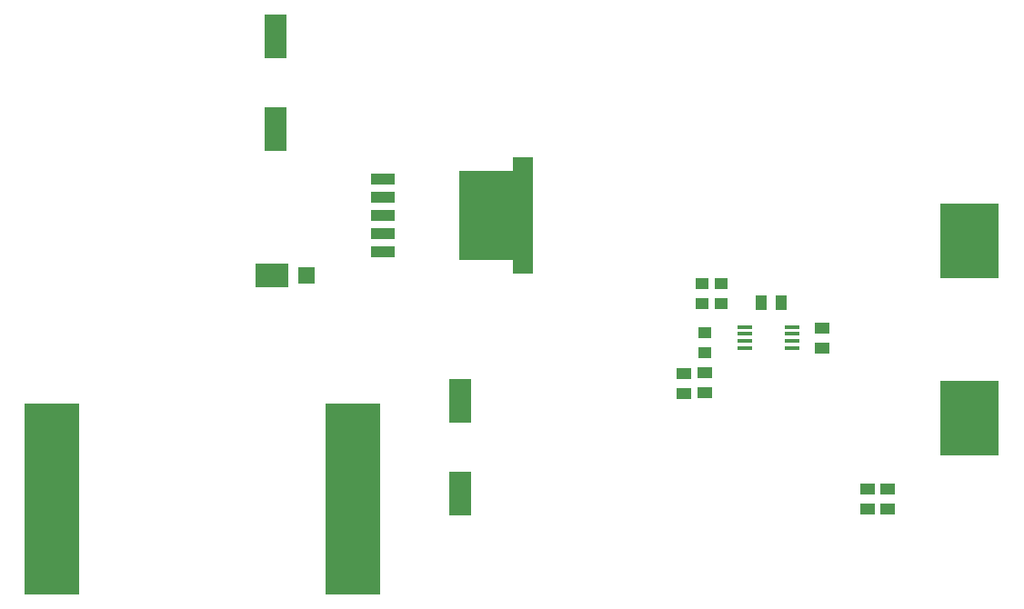
<source format=gbr>
%TF.GenerationSoftware,Altium Limited,Altium Designer,19.1.8 (144)*%
G04 Layer_Color=8421504*
%FSLAX26Y26*%
%MOIN*%
%TF.FileFunction,Paste,Top*%
%TF.Part,Single*%
G01*
G75*
%TA.AperFunction,SMDPad,CuDef*%
%ADD10R,0.059055X0.059843*%
%ADD11R,0.122047X0.086614*%
%ADD12R,0.057087X0.017716*%
%ADD13R,0.200000X0.327953*%
%ADD14R,0.075197X0.425197*%
%ADD15R,0.085039X0.042126*%
%ADD16R,0.051181X0.041339*%
%ADD17R,0.200787X0.700787*%
%ADD18R,0.216535X0.275591*%
%ADD19R,0.055118X0.041339*%
%ADD20R,0.078740X0.161417*%
%ADD21R,0.041339X0.055118*%
D10*
X1366142Y1397638D02*
D03*
D11*
X1240158D02*
D03*
D12*
X2973543Y1132323D02*
D03*
Y1157913D02*
D03*
Y1183504D02*
D03*
Y1209094D02*
D03*
X3146772D02*
D03*
Y1183504D02*
D03*
Y1157913D02*
D03*
Y1132323D02*
D03*
D13*
X2028543Y1618110D02*
D03*
D14*
X2162401D02*
D03*
D15*
X1646653Y1484252D02*
D03*
Y1551181D02*
D03*
Y1618110D02*
D03*
Y1685039D02*
D03*
Y1751968D02*
D03*
D16*
X2816772Y1368740D02*
D03*
Y1295906D02*
D03*
X2886772Y1368740D02*
D03*
Y1295906D02*
D03*
X2826772Y1115906D02*
D03*
Y1188740D02*
D03*
D17*
X434055Y578740D02*
D03*
X1536417D02*
D03*
D18*
X3799213Y1525591D02*
D03*
Y875984D02*
D03*
D19*
X2751772Y965905D02*
D03*
Y1038740D02*
D03*
X2826772Y967323D02*
D03*
Y1040157D02*
D03*
X3498937Y541496D02*
D03*
Y614331D02*
D03*
X3423937Y541496D02*
D03*
Y614331D02*
D03*
X3256772Y1130906D02*
D03*
Y1203740D02*
D03*
D20*
X1931102Y939961D02*
D03*
Y597441D02*
D03*
X1253937Y1934055D02*
D03*
Y2276575D02*
D03*
D21*
X3108189Y1297323D02*
D03*
X3035354D02*
D03*
%TF.MD5,a37aca50c9d4ec4834928ff0a70a2a60*%
M02*

</source>
